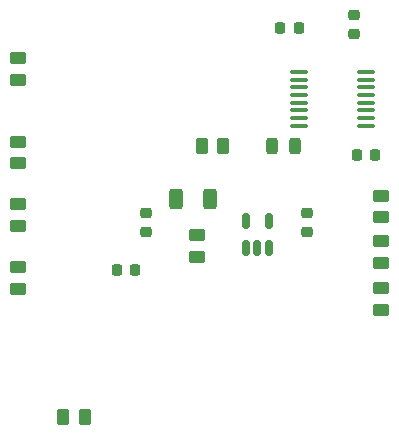
<source format=gbr>
%TF.GenerationSoftware,KiCad,Pcbnew,(6.0.4-0)*%
%TF.CreationDate,2024-03-24T21:38:25+02:00*%
%TF.ProjectId,Project_PCB_v1,50726f6a-6563-4745-9f50-43425f76312e,rev?*%
%TF.SameCoordinates,Original*%
%TF.FileFunction,Paste,Top*%
%TF.FilePolarity,Positive*%
%FSLAX46Y46*%
G04 Gerber Fmt 4.6, Leading zero omitted, Abs format (unit mm)*
G04 Created by KiCad (PCBNEW (6.0.4-0)) date 2024-03-24 21:38:25*
%MOMM*%
%LPD*%
G01*
G04 APERTURE LIST*
G04 Aperture macros list*
%AMRoundRect*
0 Rectangle with rounded corners*
0 $1 Rounding radius*
0 $2 $3 $4 $5 $6 $7 $8 $9 X,Y pos of 4 corners*
0 Add a 4 corners polygon primitive as box body*
4,1,4,$2,$3,$4,$5,$6,$7,$8,$9,$2,$3,0*
0 Add four circle primitives for the rounded corners*
1,1,$1+$1,$2,$3*
1,1,$1+$1,$4,$5*
1,1,$1+$1,$6,$7*
1,1,$1+$1,$8,$9*
0 Add four rect primitives between the rounded corners*
20,1,$1+$1,$2,$3,$4,$5,0*
20,1,$1+$1,$4,$5,$6,$7,0*
20,1,$1+$1,$6,$7,$8,$9,0*
20,1,$1+$1,$8,$9,$2,$3,0*%
G04 Aperture macros list end*
%ADD10RoundRect,0.243750X0.243750X0.456250X-0.243750X0.456250X-0.243750X-0.456250X0.243750X-0.456250X0*%
%ADD11RoundRect,0.225000X0.250000X-0.225000X0.250000X0.225000X-0.250000X0.225000X-0.250000X-0.225000X0*%
%ADD12RoundRect,0.218750X0.218750X0.256250X-0.218750X0.256250X-0.218750X-0.256250X0.218750X-0.256250X0*%
%ADD13RoundRect,0.250000X0.312500X0.625000X-0.312500X0.625000X-0.312500X-0.625000X0.312500X-0.625000X0*%
%ADD14RoundRect,0.250000X-0.262500X-0.450000X0.262500X-0.450000X0.262500X0.450000X-0.262500X0.450000X0*%
%ADD15RoundRect,0.250000X-0.450000X0.262500X-0.450000X-0.262500X0.450000X-0.262500X0.450000X0.262500X0*%
%ADD16RoundRect,0.250000X0.450000X-0.262500X0.450000X0.262500X-0.450000X0.262500X-0.450000X-0.262500X0*%
%ADD17RoundRect,0.225000X-0.225000X-0.250000X0.225000X-0.250000X0.225000X0.250000X-0.225000X0.250000X0*%
%ADD18RoundRect,0.250000X0.262500X0.450000X-0.262500X0.450000X-0.262500X-0.450000X0.262500X-0.450000X0*%
%ADD19RoundRect,0.150000X0.150000X-0.512500X0.150000X0.512500X-0.150000X0.512500X-0.150000X-0.512500X0*%
%ADD20RoundRect,0.100000X-0.637500X-0.100000X0.637500X-0.100000X0.637500X0.100000X-0.637500X0.100000X0*%
G04 APERTURE END LIST*
D10*
%TO.C,Fault1*%
X111437500Y-75250000D03*
X109562500Y-75250000D03*
%TD*%
D11*
%TO.C,C_Vm1*%
X116500000Y-65775000D03*
X116500000Y-64225000D03*
%TD*%
D12*
%TO.C,D_Stat1*%
X97934641Y-85750000D03*
X96359641Y-85750000D03*
%TD*%
D13*
%TO.C,R_Prog1*%
X104295359Y-79750000D03*
X101370359Y-79750000D03*
%TD*%
D14*
%TO.C,R_Fault1*%
X103587500Y-75250000D03*
X105412500Y-75250000D03*
%TD*%
D15*
%TO.C,R1*%
X88000000Y-80188750D03*
X88000000Y-82013750D03*
%TD*%
D16*
%TO.C,R510*%
X118750000Y-89162500D03*
X118750000Y-87337500D03*
%TD*%
%TO.C,R_Stat1*%
X103147141Y-84662500D03*
X103147141Y-82837500D03*
%TD*%
D17*
%TO.C,C_Vcp1*%
X116725000Y-76000000D03*
X118275000Y-76000000D03*
%TD*%
D16*
%TO.C,R5.1*%
X88000000Y-76750000D03*
X88000000Y-74925000D03*
%TD*%
%TO.C,R2*%
X88000000Y-87351250D03*
X88000000Y-85526250D03*
%TD*%
D18*
%TO.C,R10k1*%
X93662500Y-98250000D03*
X91837500Y-98250000D03*
%TD*%
D19*
%TO.C,Charge1*%
X107334641Y-83887500D03*
X108284641Y-83887500D03*
X109234641Y-83887500D03*
X109234641Y-81612500D03*
X107334641Y-81612500D03*
%TD*%
D16*
%TO.C,R3k1*%
X88000000Y-69662500D03*
X88000000Y-67837500D03*
%TD*%
D20*
%TO.C,MD1*%
X111780000Y-69000000D03*
X111780000Y-69650000D03*
X111780000Y-70300000D03*
X111780000Y-70950000D03*
X111780000Y-71600000D03*
X111780000Y-72250000D03*
X111780000Y-72900000D03*
X111780000Y-73550000D03*
X117505000Y-73550000D03*
X117505000Y-72900000D03*
X117505000Y-72250000D03*
X117505000Y-71600000D03*
X117505000Y-70950000D03*
X117505000Y-70300000D03*
X117505000Y-69650000D03*
X117505000Y-69000000D03*
%TD*%
D11*
%TO.C,C_Batt1*%
X112500000Y-82525000D03*
X112500000Y-80975000D03*
%TD*%
D16*
%TO.C,R100*%
X118750000Y-85162500D03*
X118750000Y-83337500D03*
%TD*%
%TO.C,R1k1*%
X118750000Y-81325000D03*
X118750000Y-79500000D03*
%TD*%
D17*
%TO.C,C_Vint1*%
X110225000Y-65250000D03*
X111775000Y-65250000D03*
%TD*%
D11*
%TO.C,C_Vdd1*%
X98832859Y-82525000D03*
X98832859Y-80975000D03*
%TD*%
M02*

</source>
